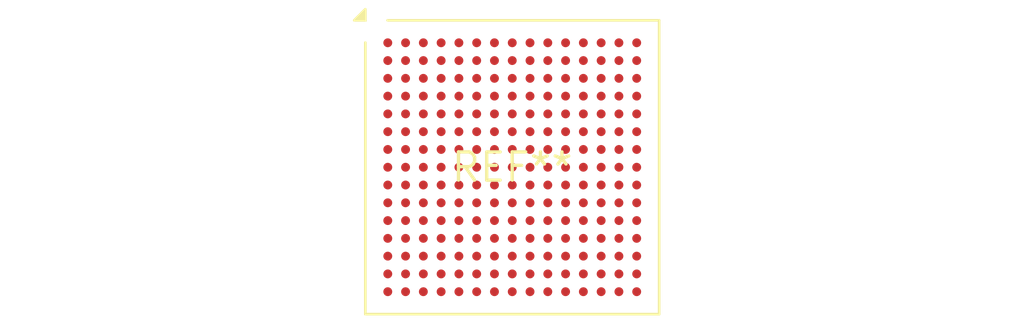
<source format=kicad_pcb>
(kicad_pcb (version 20240108) (generator pcbnew)
  (layers (0 "F.Cu" signal) (31 "B.Cu" signal) (34 "B.Paste" user) (35 "F.Paste" user) (36 "B.SilkS" user "B.Silkscreen") (37 "F.SilkS" user "F.Silkscreen") (38 "B.Mask" user) (39 "F.Mask" user) (44 "Edge.Cuts" user))
  (net 0 "")
  (footprint "ST_TFBGA-225_13x13mm_Layout15x15_P0.8mm" (layer "F.Cu") (at 0 0)
    (property "Reference" "REF**")
    (property "Value" "ST_TFBGA-225_13x13mm_Layout15x15_P0.8mm")
    (fp_line (start -6.61 6.61) (end -6.61 -5.61) (layer "F.SilkS") (stroke (width 0.12)))
    (fp_line (start -5.61 -6.61) (end 6.61 -6.61) (layer "F.SilkS") (stroke (width 0.12)))
    (fp_line (start 6.61 -6.61) (end 6.61 6.61) (layer "F.SilkS") (stroke (width 0.12)))
    (fp_line (start 6.61 6.61) (end -6.61 6.61) (layer "F.SilkS") (stroke (width 0.12)))
    (fp_poly (pts (xy -6.61 -6.61) (xy -7.11 -6.61) (xy -6.61 -7.11) (xy -6.61 -6.61)) (layer "F.SilkS") (stroke (width 0.12)) (fill solid))
    (pad "A1" smd circle (at -5.6 -5.6) (size 0.4 0.4) (property pad_prop_bga) (layers "F.Cu" "F.Paste" "F.Mask"))
    (pad "A2" smd circle (at -4.8 -5.6) (size 0.4 0.4) (property pad_prop_bga) (layers "F.Cu" "F.Paste" "F.Mask"))
    (pad "A3" smd circle (at -4 -5.6) (size 0.4 0.4) (property pad_prop_bga) (layers "F.Cu" "F.Paste" "F.Mask"))
    (pad "A4" smd circle (at -3.2 -5.6) (size 0.4 0.4) (property pad_prop_bga) (layers "F.Cu" "F.Paste" "F.Mask"))
    (pad "A5" smd circle (at -2.4 -5.6) (size 0.4 0.4) (property pad_prop_bga) (layers "F.Cu" "F.Paste" "F.Mask"))
    (pad "A6" smd circle (at -1.6 -5.6) (size 0.4 0.4) (property pad_prop_bga) (layers "F.Cu" "F.Paste" "F.Mask"))
    (pad "A7" smd circle (at -0.8 -5.6) (size 0.4 0.4) (property pad_prop_bga) (layers "F.Cu" "F.Paste" "F.Mask"))
    (pad "A8" smd circle (at 0 -5.6) (size 0.4 0.4) (property pad_prop_bga) (layers "F.Cu" "F.Paste" "F.Mask"))
    (pad "A9" smd circle (at 0.8 -5.6) (size 0.4 0.4) (property pad_prop_bga) (layers "F.Cu" "F.Paste" "F.Mask"))
    (pad "A10" smd circle (at 1.6 -5.6) (size 0.4 0.4) (property pad_prop_bga) (layers "F.Cu" "F.Paste" "F.Mask"))
    (pad "A11" smd circle (at 2.4 -5.6) (size 0.4 0.4) (property pad_prop_bga) (layers "F.Cu" "F.Paste" "F.Mask"))
    (pad "A12" smd circle (at 3.2 -5.6) (size 0.4 0.4) (property pad_prop_bga) (layers "F.Cu" "F.Paste" "F.Mask"))
    (pad "A13" smd circle (at 4 -5.6) (size 0.4 0.4) (property pad_prop_bga) (layers "F.Cu" "F.Paste" "F.Mask"))
    (pad "A14" smd circle (at 4.8 -5.6) (size 0.4 0.4) (property pad_prop_bga) (layers "F.Cu" "F.Paste" "F.Mask"))
    (pad "A15" smd circle (at 5.6 -5.6) (size 0.4 0.4) (property pad_prop_bga) (layers "F.Cu" "F.Paste" "F.Mask"))
    (pad "B1" smd circle (at -5.6 -4.8) (size 0.4 0.4) (property pad_prop_bga) (layers "F.Cu" "F.Paste" "F.Mask"))
    (pad "B2" smd circle (at -4.8 -4.8) (size 0.4 0.4) (property pad_prop_bga) (layers "F.Cu" "F.Paste" "F.Mask"))
    (pad "B3" smd circle (at -4 -4.8) (size 0.4 0.4) (property pad_prop_bga) (layers "F.Cu" "F.Paste" "F.Mask"))
    (pad "B4" smd circle (at -3.2 -4.8) (size 0.4 0.4) (property pad_prop_bga) (layers "F.Cu" "F.Paste" "F.Mask"))
    (pad "B5" smd circle (at -2.4 -4.8) (size 0.4 0.4) (property pad_prop_bga) (layers "F.Cu" "F.Paste" "F.Mask"))
    (pad "B6" smd circle (at -1.6 -4.8) (size 0.4 0.4) (property pad_prop_bga) (layers "F.Cu" "F.Paste" "F.Mask"))
    (pad "B7" smd circle (at -0.8 -4.8) (size 0.4 0.4) (property pad_prop_bga) (layers "F.Cu" "F.Paste" "F.Mask"))
    (pad "B8" smd circle (at 0 -4.8) (size 0.4 0.4) (property pad_prop_bga) (layers "F.Cu" "F.Paste" "F.Mask"))
    (pad "B9" smd circle (at 0.8 -4.8) (size 0.4 0.4) (property pad_prop_bga) (layers "F.Cu" "F.Paste" "F.Mask"))
    (pad "B10" smd circle (at 1.6 -4.8) (size 0.4 0.4) (property pad_prop_bga) (layers "F.Cu" "F.Paste" "F.Mask"))
    (pad "B11" smd circle (at 2.4 -4.8) (size 0.4 0.4) (property pad_prop_bga) (layers "F.Cu" "F.Paste" "F.Mask"))
    (pad "B12" smd circle (at 3.2 -4.8) (size 0.4 0.4) (property pad_prop_bga) (layers "F.Cu" "F.Paste" "F.Mask"))
    (pad "B13" smd circle (at 4 -4.8) (size 0.4 0.4) (property pad_prop_bga) (layers "F.Cu" "F.Paste" "F.Mask"))
    (pad "B14" smd circle (at 4.8 -4.8) (size 0.4 0.4) (property pad_prop_bga) (layers "F.Cu" "F.Paste" "F.Mask"))
    (pad "B15" smd circle (at 5.6 -4.8) (size 0.4 0.4) (property pad_prop_bga) (layers "F.Cu" "F.Paste" "F.Mask"))
    (pad "C1" smd circle (at -5.6 -4) (size 0.4 0.4) (property pad_prop_bga) (layers "F.Cu" "F.Paste" "F.Mask"))
    (pad "C2" smd circle (at -4.8 -4) (size 0.4 0.4) (property pad_prop_bga) (layers "F.Cu" "F.Paste" "F.Mask"))
    (pad "C3" smd circle (at -4 -4) (size 0.4 0.4) (property pad_prop_bga) (layers "F.Cu" "F.Paste" "F.Mask"))
    (pad "C4" smd circle (at -3.2 -4) (size 0.4 0.4) (property pad_prop_bga) (layers "F.Cu" "F.Paste" "F.Mask"))
    (pad "C5" smd circle (at -2.4 -4) (size 0.4 0.4) (property pad_prop_bga) (layers "F.Cu" "F.Paste" "F.Mask"))
    (pad "C6" smd circle (at -1.6 -4) (size 0.4 0.4) (property pad_prop_bga) (layers "F.Cu" "F.Paste" "F.Mask"))
    (pad "C7" smd circle (at -0.8 -4) (size 0.4 0.4) (property pad_prop_bga) (layers "F.Cu" "F.Paste" "F.Mask"))
    (pad "C8" smd circle (at 0 -4) (size 0.4 0.4) (property pad_prop_bga) (layers "F.Cu" "F.Paste" "F.Mask"))
    (pad "C9" smd circle (at 0.8 -4) (size 0.4 0.4) (property pad_prop_bga) (layers "F.Cu" "F.Paste" "F.Mask"))
    (pad "C10" smd circle (at 1.6 -4) (size 0.4 0.4) (property pad_prop_bga) (layers "F.Cu" "F.Paste" "F.Mask"))
    (pad "C11" smd circle (at 2.4 -4) (size 0.4 0.4) (property pad_prop_bga) (layers "F.Cu" "F.Paste" "F.Mask"))
    (pad "C12" smd circle (at 3.2 -4) (size 0.4 0.4) (property pad_prop_bga) (layers "F.Cu" "F.Paste" "F.Mask"))
    (pad "C13" smd circle (at 4 -4) (size 0.4 0.4) (property pad_prop_bga) (layers "F.Cu" "F.Paste" "F.Mask"))
    (pad "C14" smd circle (at 4.8 -4) (size 0.4 0.4) (property pad_prop_bga) (layers "F.Cu" "F.Paste" "F.Mask"))
    (pad "C15" smd circle (at 5.6 -4) (size 0.4 0.4) (property pad_prop_bga) (layers "F.Cu" "F.Paste" "F.Mask"))
    (pad "D1" smd circle (at -5.6 -3.2) (size 0.4 0.4) (property pad_prop_bga) (layers "F.Cu" "F.Paste" "F.Mask"))
    (pad "D2" smd circle (at -4.8 -3.2) (size 0.4 0.4) (property pad_prop_bga) (layers "F.Cu" "F.Paste" "F.Mask"))
    (pad "D3" smd circle (at -4 -3.2) (size 0.4 0.4) (property pad_prop_bga) (layers "F.Cu" "F.Paste" "F.Mask"))
    (pad "D4" smd circle (at -3.2 -3.2) (size 0.4 0.4) (property pad_prop_bga) (layers "F.Cu" "F.Paste" "F.Mask"))
    (pad "D5" smd circle (at -2.4 -3.2) (size 0.4 0.4) (property pad_prop_bga) (layers "F.Cu" "F.Paste" "F.Mask"))
    (pad "D6" smd circle (at -1.6 -3.2) (size 0.4 0.4) (property pad_prop_bga) (layers "F.Cu" "F.Paste" "F.Mask"))
    (pad "D7" smd circle (at -0.8 -3.2) (size 0.4 0.4) (property pad_prop_bga) (layers "F.Cu" "F.Paste" "F.Mask"))
    (pad "D8" smd circle (at 0 -3.2) (size 0.4 0.4) (property pad_prop_bga) (layers "F.Cu" "F.Paste" "F.Mask"))
    (pad "D9" smd circle (at 0.8 -3.2) (size 0.4 0.4) (property pad_prop_bga) (layers "F.Cu" "F.Paste" "F.Mask"))
    (pad "D10" smd circle (at 1.6 -3.2) (size 0.4 0.4) (property pad_prop_bga) (layers "F.Cu" "F.Paste" "F.Mask"))
    (pad "D11" smd circle (at 2.4 -3.2) (size 0.4 0.4) (property pad_prop_bga) (layers "F.Cu" "F.Paste" "F.Mask"))
    (pad "D12" smd circle (at 3.2 -3.2) (size 0.4 0.4) (property pad_prop_bga) (layers "F.Cu" "F.Paste" "F.Mask"))
    (pad "D13" smd circle (at 4 -3.2) (size 0.4 0.4) (property pad_prop_bga) (layers "F.Cu" "F.Paste" "F.Mask"))
    (pad "D14" smd circle (at 4.8 -3.2) (size 0.4 0.4) (property pad_prop_bga) (layers "F.Cu" "F.Paste" "F.Mask"))
    (pad "D15" smd circle (at 5.6 -3.2) (size 0.4 0.4) (property pad_prop_bga) (layers "F.Cu" "F.Paste" "F.Mask"))
    (pad "E1" smd circle (at -5.6 -2.4) (size 0.4 0.4) (property pad_prop_bga) (layers "F.Cu" "F.Paste" "F.Mask"))
    (pad "E2" smd circle (at -4.8 -2.4) (size 0.4 0.4) (property pad_prop_bga) (layers "F.Cu" "F.Paste" "F.Mask"))
    (pad "E3" smd circle (at -4 -2.4) (size 0.4 0.4) (property pad_prop_bga) (layers "F.Cu" "F.Paste" "F.Mask"))
    (pad "E4" smd circle (at -3.2 -2.4) (size 0.4 0.4) (property pad_prop_bga) (layers "F.Cu" "F.Paste" "F.Mask"))
    (pad "E5" smd circle (at -2.4 -2.4) (size 0.4 0.4) (property pad_prop_bga) (layers "F.Cu" "F.Paste" "F.Mask"))
    (pad "E6" smd circle (at -1.6 -2.4) (size 0.4 0.4) (property pad_prop_bga) (layers "F.Cu" "F.Paste" "F.Mask"))
    (pad "E7" smd circle (at -0.8 -2.4) (size 0.4 0.4) (property pad_prop_bga) (layers "F.Cu" "F.Paste" "F.Mask"))
    (pad "E8" smd circle (at 0 -2.4) (size 0.4 0.4) (property pad_prop_bga) (layers "F.Cu" "F.Paste" "F.Mask"))
    (pad "E9" smd circle (at 0.8 -2.4) (size 0.4 0.4) (property pad_prop_bga) (layers "F.Cu" "F.Paste" "F.Mask"))
    (pad "E10" smd circle (at 1.6 -2.4) (size 0.4 0.4) (property pad_prop_bga) (layers "F.Cu" "F.Paste" "F.Mask"))
    (pad "E11" smd circle (at 2.4 -2.4) (size 0.4 0.4) (property pad_prop_bga) (layers "F.Cu" "F.Paste" "F.Mask"))
    (pad "E12" smd circle (at 3.2 -2.4) (size 0.4 0.4) (property pad_prop_bga) (layers "F.Cu" "F.Paste" "F.Mask"))
    (pad "E13" smd circle (at 4 -2.4) (size 0.4 0.4) (property pad_prop_bga) (layers "F.Cu" "F.Paste" "F.Mask"))
    (pad "E14" smd circle (at 4.8 -2.4) (size 0.4 0.4) (property pad_prop_bga) (layers "F.Cu" "F.Paste" "F.Mask"))
    (pad "E15" smd circle (at 5.6 -2.4) (size 0.4 0.4) (property pad_prop_bga) (layers "F.Cu" "F.Paste" "F.Mask"))
    (pad "F1" smd circle (at -5.6 -1.6) (size 0.4 0.4) (property pad_prop_bga) (layers "F.Cu" "F.Paste" "F.Mask"))
    (pad "F2" smd circle (at -4.8 -1.6) (size 0.4 0.4) (property pad_prop_bga) (layers "F.Cu" "F.Paste" "F.Mask"))
    (pad "F3" smd circle (at -4 -1.6) (size 0.4 0.4) (property pad_prop_bga) (layers "F.Cu" "F.Paste" "F.Mask"))
    (pad "F4" smd circle (at -3.2 -1.6) (size 0.4 0.4) (property pad_prop_bga) (layers "F.Cu" "F.Paste" "F.Mask"))
    (pad "F5" smd circle (at -2.4 -1.6) (size 0.4 0.4) (property pad_prop_bga) (layers "F.Cu" "F.Paste" "F.Mask"))
    (pad "F6" smd circle (at -1.6 -1.6) (size 0.4 0.4) (property pad_prop_bga) (layers "F.Cu" "F.Paste" "F.Mask"))
    (pad "F7" smd circle (at -0.8 -1.6) (size 0.4 0.4) (property pad_prop_bga) (layers "F.Cu" "F.Paste" "F.Mask"))
    (pad "F8" smd circle (at 0 -1.6) (size 0.4 0.4) (property pad_prop_bga) (layers "F.Cu" "F.Paste" "F.Mask"))
    (pad "F9" smd circle (at 0.8 -1.6) (size 0.4 0.4) (property pad_prop_bga) (layers "F.Cu" "F.Paste" "F.Mask"))
    (pad "F10" smd circle (at 1.6 -1.6) (size 0.4 0.4) (property pad_prop_bga) (layers "F.Cu" "F.Paste" "F.Mask"))
    (pad "F11" smd circle (at 2.4 -1.6) (size 0.4 0.4) (property pad_prop_bga) (layers "F.Cu" "F.Paste" "F.Mask"))
    (pad "F12" smd circle (at 3.2 -1.6) (size 0.4 0.4) (property pad_prop_bga) (layers "F.Cu" "F.Paste" "F.Mask"))
    (pad "F13" smd circle (at 4 -1.6) (size 0.4 0.4) (property pad_prop_bga) (layers "F.Cu" "F.Paste" "F.Mask"))
    (pad "F14" smd circle (at 4.8 -1.6) (size 0.4 0.4) (property pad_prop_bga) (layers "F.Cu" "F.Paste" "F.Mask"))
    (pad "F15" smd circle (at 5.6 -1.6) (size 0.4 0.4) (property pad_prop_bga) (layers "F.Cu" "F.Paste" "F.Mask"))
    (pad "G1" smd circle (at -5.6 -0.8) (size 0.4 0.4) (property pad_prop_bga) (layers "F.Cu" "F.Paste" "F.Mask"))
    (pad "G2" smd circle (at -4.8 -0.8) (size 0.4 0.4) (property pad_prop_bga) (layers "F.Cu" "F.Paste" "F.Mask"))
    (pad "G3" smd circle (at -4 -0.8) (size 0.4 0.4) (property pad_prop_bga) (layers "F.Cu" "F.Paste" "F.Mask"))
    (pad "G4" smd circle (at -3.2 -0.8) (size 0.4 0.4) (property pad_prop_bga) (layers "F.Cu" "F.Paste" "F.Mask"))
    (pad "G5" smd circle (at -2.4 -0.8) (size 0.4 0.4) (property pad_prop_bga) (layers "F.Cu" "F.Paste" "F.Mask"))
    (pad "G6" smd circle (at -1.6 -0.8) (size 0.4 0.4) (property pad_prop_bga) (layers "F.Cu" "F.Paste" "F.Mask"))
    (pad "G7" smd circle (at -0.8 -0.8) (size 0.4 0.4) (property pad_prop_bga) (layers "F.Cu" "F.Paste" "F.Mask"))
    (pad "G8" smd circle (at 0 -0.8) (size 0.4 0.4) (property pad_prop_bga) (layers "F.Cu" "F.Paste" "F.Mask"))
    (pad "G9" smd circle (at 0.8 -0.8) (size 0.4 0.4) (property pad_prop_bga) (layers "F.Cu" "F.Paste" "F.Mask"))
    (pad "G10" smd circle (at 1.6 -0.8) (size 0.4 0.4) (property pad_prop_bga) (layers "F.Cu" "F.Paste" "F.Mask"))
    (pad "G11" smd circle (at 2.4 -0.8) (size 0.4 0.4) (property pad_prop_bga) (layers "F.Cu" "F.Paste" "F.Mask"))
    (pad "G12" smd circle (at 3.2 -0.8) (size 0.4 0.4) (property pad_prop_bga) (layers "F.Cu" "F.Paste" "F.Mask"))
    (pad "G13" smd circle (at 4 -0.8) (size 0.4 0.4) (property pad_prop_bga) (layers "F.Cu" "F.Paste" "F.Mask"))
    (pad "G14" smd circle (at 4.8 -0.8) (size 0.4 0.4) (property pad_prop_bga) (layers "F.Cu" "F.Paste" "F.Mask"))
    (pad "G15" smd circle (at 5.6 -0.8) (size 0.4 0.4) (property pad_prop_bga) (layers "F.Cu" "F.Paste" "F.Mask"))
    (pad "H1" smd circle (at -5.6 0) (size 0.4 0.4) (property pad_prop_bga) (layers "F.Cu" "F.Paste" "F.Mask"))
    (pad "H2" smd circle (at -4.8 0) (size 0.4 0.4) (property pad_prop_bga) (layers "F.Cu" "F.Paste" "F.Mask"))
    (pad "H3" smd circle (at -4 0) (size 0.4 0.4) (property pad_prop_bga) (layers "F.Cu" "F.Paste" "F.Mask"))
    (pad "H4" smd circle (at -3.2 0) (size 0.4 0.4) (property pad_prop_bga) (layers "F.Cu" "F.Paste" "F.Mask"))
    (pad "H5" smd circle (at -2.4 0) (size 0.4 0.4) (property pad_prop_bga) (layers "F.Cu" "F.Paste" "F.Mask"))
    (pad "H6" smd circle (at -1.6 0) (size 0.4 0.4) (property pad_prop_bga) (layers "F.Cu" "F.Paste" "F.Mask"))
    (pad "H7" smd circle (at -0.8 0) (size 0.4 0.4) (property pad_prop_bga) (layers "F.Cu" "F.Paste" "F.Mask"))
    (pad "H8" smd circle (at 0 0) (size 0.4 0.4) (property pad_prop_bga) (layers "F.Cu" "F.Paste" "F.Mask"))
    (pad "H9" smd circle (at 0.8 0) (size 0.4 0.4) (property pad_prop_bga) (layers "F.Cu" "F.Paste" "F.Mask"))
    (pad "H10" smd circle (at 1.6 0) (size 0.4 0.4) (property pad_prop_bga) (layers "F.Cu" "F.Paste" "F.Mask"))
    (pad "H11" smd circle (at 2.4 0) (size 0.4 0.4) (property pad_prop_bga) (layers "F.Cu" "F.Paste" "F.Mask"))
    (pad "H12" smd circle (at 3.2 0) (size 0.4 0.4) (property pad_prop_bga) (layers "F.Cu" "F.Paste" "F.Mask"))
    (pad "H13" smd circle (at 4 0) (size 0.4 0.4) (property pad_prop_bga) (layers "F.Cu" "F.Paste" "F.Mask"))
    (pad "H14" smd circle (at 4.8 0) (size 0.4 0.4) (property pad_prop_bga) (layers "F.Cu" "F.Paste" "F.Mask"))
    (pad "H15" smd circle (at 5.6 0) (size 0.4 0.4) (property pad_prop_bga) (layers "F.Cu" "F.Paste" "F.Mask"))
    (pad "J1" smd circle (at -5.6 0.8) (size 0.4 0.4) (property pad_prop_bga) (layers "F.Cu" "F.Paste" "F.Mask"))
    (pad "J2" smd circle (at -4.8 0.8) (size 0.4 0.4) (property pad_prop_bga) (layers "F.Cu" "F.Paste" "F.Mask"))
    (pad "J3" smd circle (at -4 0.8) (size 0.4 0.4) (property pad_prop_bga) (layers "F.Cu" "F.Paste" "F.Mask"))
    (pad "J4" smd circle (at -3.2 0.8) (size 0.4 0.4) (property pad_prop_bga) (layers "F.Cu" "F.Paste" "F.Mask"))
    (pad "J5" smd circle (at -2.4 0.8) (size 0.4 0.4) (property pad_prop_bga) (layers "F.Cu" "F.Paste" "F.Mask"))
    (pad "J6" smd circle (at -1.6 0.8) (size 0.4 0.4) (property pad_prop_bga) (layers "F.Cu" "F.Paste" "F.Mask"))
    (pad "J7" smd circle (at -0.8 0.8) (size 0.4 0.4) (property pad_prop_bga) (layers "F.Cu" "F.Paste" "F.Mask"))
    (pad "J8" smd circle (at 0 0.8) (size 0.4 0.4) (property pad_prop_bga) (layers "F.Cu" "F.Paste" "F.Mask"))
    (pad "J9" smd circle (at 0.8 0.8) (size 0.4 0.4) (property pad_prop_bga) (layers "F.Cu" "F.Paste" "F.Mask"))
    (pad "J10" smd circle (at 1.6 0.8) (size 0.4 0.4) (property pad_prop_bga) (layers "F.Cu" "F.Paste" "F.Mask"))
    (pad "J11" smd circle (at 2.4 0.8) (size 0.4 0.4) (property pad_prop_bga) (layers "F.Cu" "F.Paste" "F.Mask"))
    (pad "J12" smd circle (at 3.2 0.8) (size 0.4 0.4) (property pad_prop_bga) (layers "F.Cu" "F.Paste" "F.Mask"))
    (pad "J13" smd circle (at 4 0.8) (size 0.4 0.4) (property pad_prop_bga) (layers "F.Cu" "F.Paste" "F.Mask"))
    (pad "J14" smd circle (at 4.8 0.8) (size 0.4 0.4) (property pad_prop_bga) (layers "F.Cu" "F.Paste" "F.Mask"))
    (pad "J15" smd circle (at 5.6 0.8) (size 0.4 0.4) (property pad_prop_bga) (layers "F.Cu" "F.Paste" "F.Mask"))
    (pad "K1" smd circle (at -5.6 1.6) (size 0.4 0.4) (property pad_prop_bga) (layers "F.Cu" "F.Paste" "F.Mask"))
    (pad "K2" smd circle (at -4.8 1.6) (size 0.4 0.4) (property pad_prop_bga) (layers "F.Cu" "F.Paste" "F.Mask"))
    (pad "K3" smd circle (at -4 1.6) (size 0.4 0.4) (property pad_prop_bga) (layers "F.Cu" "F.Paste" "F.Mask"))
    (pad "K4" smd circle (at -3.2 1.6) (size 0.4 0.4) (property pad_prop_bga) (layers "F.Cu" "F.Paste" "F.Mask"))
    (pad "K5" smd circle (at -2.4 1.6) (size 0.4 0.4) (property pad_prop_bga) (layers "F.Cu" "F.Paste" "F.Mask"))
    (pad "K6" smd circle (at -1.6 1.6) (size 0.4 0.4) (property pad_prop_bga) (layers "F.Cu" "F.Paste" "F.Mask"))
    (pad "K7" smd circle (at -0.8 1.6) (size 0.4 0.4) (property pad_prop_bga) (layers "F.Cu" "F.Paste" "F.Mask"))
    (pad "K8" smd circle (at 0 1.6) (size 0.4 0.4) (property pad_prop_bga) (layers "F.Cu" "F.Paste" "F.Mask"))
    (pad "K9" smd circle (at 0.8 1.6) (size 0.4 0.4) (property pad_prop_bga) (layers "F.Cu" "F.Paste" "F.Mask"))
    (pad "K10" smd circle (at 1.6 1.6) (size 0.4 0.4) (property pad_prop_bga) (layers "F.Cu" "F.Paste" "F.Mask"))
    (pad "K11" smd circle (at 2.4 1.6) (size 0.4 0.4) (property pad_prop_bga) (layers "F.Cu" "F.Paste" "F.Mask"))
    (pad "K12" smd circle (at 3.2 1.6) (size 0.4 0.4) (property pad_prop_bga) (layers "F.Cu" "F.Paste" "F.Mask"))
    (pad "K13" smd circle (at 4 1.6) (size 0.4 0.4) (property pad_prop_bga) (layers "F.Cu" "F.Paste" "F.Mask"))
    (pad "K14" smd circle (at 4.8 1.6) (size 0.4 0.4) (property pad_prop_bga) (layers "F.Cu" "F.Paste" "F.Mask"))
    (pad "K15" smd circle (at 5.6 1.6) (size 0.4 0.4) (property pad_prop_bga) (layers "F.Cu" "F.Paste" "F.Mask"))
    (pad "L1" smd circle (at -5.6 2.4) (size 0.4 0.4) (property pad_prop_bga) (layers "F.Cu" "F.Paste" "F.Mask"))
    (pad "L2" smd circle (at -4.8 2.4) (size 0.4 0.4) (property pad_prop_bga) (layers "F.Cu" "F.Paste" "F.Mask"))
    (pad "L3" smd circle (at -4 2.4) (size 0.4 0.4) (property pad_prop_bga) (layers "F.Cu" "F.Paste" "F.Mask"))
    (pad "L4" smd circle (at -3.2 2.4) (size 0.4 0.4) (property pad_prop_bga) (layers "F.Cu" "F.Paste" "F.Mask"))
    (pad "L5" smd circle (at -2.4 2.4) (size 0.4 0.4) (property pad_prop_bga) (layers "F.Cu" "F.Paste" "F.Mask"))
    (pad "L6" smd circle (at -1.6 2.4) (size 0.4 0.4) (property pad_prop_bga) (layers "F.Cu" "F.Paste" "F.Mask"))
    (pad "L7" smd circle (at -0.8 2.4) (size 0.4 0.4) (property pad_prop_bga) (layers "F.Cu" "F.Paste" "F.Mask"))
    (pad "L8" smd circle (at 0 2.4) (size 0.4 0.4) (property pad_prop_bga) (layers "F.Cu" "F.Paste" "F.Mask"))
    (pad "L9" smd circle (at 0.8 2.4) (size 0.4 0.4) (property pad_prop_bga) (layers "F.Cu" "F.Paste" "F.Mask"))
    (pad "L10" smd circle (at 1.6 2.4) (size 0.4 0.4) (property pad_prop_bga) (layers "F.Cu" "F.Paste" "F.Mask"))
    (pad "L11" smd circle (at 2.4 2.4) (size 0.4 0.4) (property pad_prop_bga) (layers "F.Cu" "F.Paste" "F.Mask"))
    (pad "L12" smd circle (at 3.2 2.4) (size 0.4 0.4) (property pad_prop_bga) (layers "F.Cu" "F.Paste" "F.Mask"))
    (pad "L13" smd circle (at 4 2.4) (size 0.4 0.4) (property pad_prop_bga) (layers "F.Cu" "F.Paste" "F.Mask"))
    (pad "L14" smd circle (at 4.8 2.4) (size 0.4 0.4) (property pad_prop_bga) (layers "F.Cu" "F.Paste" "F.Mask"))
    (pad "L15" smd circle (at 5.6 2.4) (size 0.4 0.4) (property pad_prop_bga) (layers "F.Cu" "F.Paste" "F.Mask"))
    (pad "M1" smd circle (at -5.6 3.2) (size 0.4 0.4) (property pad_prop_bga) (layers "F.Cu" "F.Paste" "F.Mask"))
    (pad "M2" smd circle (at -4.8 3.2) (size 0.4 0.4) (property pad_prop_bga) (layers "F.Cu" "F.Paste" "F.Mask"))
    (pad "M3" smd circle (at -4 3.2) (size 0.4 0.4) (property pad_prop_bga) (layers "F.Cu" "F.Paste" "F.Mask"))
    (pad "M4" smd circle (at -3.2 3.2) (size 0.4 0.4) (property pad_prop_bga) (layers "F.Cu" "F.Paste" "F.Mask"))
    (pad "M5" smd circle (at -2.4 3.2) (size 0.4 0.4) (property pad_prop_bga) (layers "F.Cu" "F.Paste" "F.Mask"))
    (pad "M6" smd circle (at -1.6 3.2) (size 0.4 0.4) (property pad_prop_bga) (layers "F.Cu" "F.Paste" "F.Mask"))
    (pad "M7" smd circle (at -0.8 3.2) (size 0.4 0.4) (property pad_prop_bga) (layers "F.Cu" "F.Paste" "F.Mask"))
    (pad "M8" smd circle (at 0 3.2) (size 0.4 0.4) (property pad_prop_bga) (layers "F.Cu" "F.Paste" "F.Mask"))
    (pad "M9" smd circle (at 0.8 3.2) (size 0.4 0.4) (property pad_prop_bga) (layers "F.Cu" "F.Paste" "F.Mask"))
    (pad "M10" smd circle (at 1.6 3.2) (size 0.4 0.4) (property pad_prop_bga) (layers "F.Cu" "F.Paste" "F.Mask"))
    (pad "M11" smd circle (at 2.4 3.2) (size 0.4 0.4) (property pad_prop_bga) (layers "F.Cu" "F.Paste" "F.Mask"))
    (pad "M12" smd circle (at 3.2 3.2) (size 0.4 0.4) (property pad_prop_bga) (layers "F.Cu" "F.Paste" "F.Mask"))
    (pad "M13" smd circle (at 4 3.2) (size 0.4 0.4) (property pad_prop_bga) (layers "F.Cu" "F.Paste" "F.Mask"))
    (pad "M14" smd circle (at 4.8 3.2) (size 0.4 0.4) (property pad_prop_bga) (layers "F.Cu" "F.Paste" "F.Mask"))
    (pad "M15" smd circle (at 5.6 3.2) (size 0.4 0.4) (property pad_prop_bga) (layers "F.Cu" "F.Paste" "F.Mask"))
    (pad "N1" smd circle (at -5.6 4) (size 0.4 0.4) (property pad_prop_bga) (layers "F.Cu" "F.Paste" "F.Mask"))
    (pad "N2" smd circle (at -4.8 4) (size 0.4 0.4) (property pad_prop_bga) (layers "F.Cu" "F.Paste" "F.Mask"))
    (pad "N3" smd circle (at -4 4) (size 0.4 0.4) (property pad_prop_bga) (layers "F.Cu" "F.Paste" "F.Mask"))
    (pad "N4" smd circle (at -3.2 4) (size 0.4 0.4) (property pad_prop_bga) (layers "F.Cu" "F.Paste" "F.Mask"))
    (pad "N5" smd circle (at -2.4 4) (size 0.4 0.4) (property pad_prop_bga) (layers "F.Cu" "F.Paste" "F.Mask"))
    (pad "N6" smd circle (at -1.6 4) (size 0.4 0.4) (property pad_prop_bga) (layers "F.Cu" "F.Paste" "F.Mask"))
    (pad "N7" smd circle (at -0.8 4) (size 0.4 0.4) (property pad_prop_bga) (layers "F.Cu" "F.Paste" "F.Mask"))
    (pad "N8" smd circle (at 0 4) (size 0.4 0.4) (property pad_prop_bga) (layers "F.Cu" "F.Paste" "F.Mask"))
    (pad "N9" smd circle (at 0.8 4) (size 0.4 0.4) (property pad_prop_bga) (layers "F.Cu" "F.Paste" "F.Mask"))
    (pad "N10" smd circle (at 1.6 4) (size 0.4 0.4) (property pad_prop_bga) (layers "F.Cu" "F.Paste" "F.Mask"))
    (pad "N11" smd circle (at 2.4 4) (size 0.4 0.4) (property pad_prop_bga) (layers "F.Cu" "F.Paste" "F.Mask"))
    (pad "N12" smd circle (at 3.2 4) (size 0.4 0.4) (property pad_prop_bga) (layers "F.Cu" "F.Paste" "F.Mask"))
    (pad "N13" smd circle (at 4 4) (size 0.4 0.4) (property pad_prop_bga) (layers "F.Cu" "F.Paste" "F.Mask"))
    (pad "N14" smd circle (at 4.8 4) (size 0.4 0.4) (property pad_prop_bga) (layers "F.Cu" "F.Paste" "F.Mask"))
    (pad "N15" smd circle (at 5.6 4) (size 0.4 0.4) (property pad_prop_bga) (layers "F.Cu" "F.Paste" "F.Mask"))
    (pad "P1" smd circle (at -5.6 4.8) (size 0.4 0.4) (property pad_prop_bga) (layers "F.Cu" "F.Paste" "F.Mask"))
    (pad "P2" smd circle (at -4.8 4.8) (size 0.4 0.4) (property pad_prop_bga) (layers "F.Cu" "F.Paste" "F.Mask"))
    (pad "P3" smd circle (at -4 4.8) (size 0.4 0.4) (property pad_prop_bga) (layers "F.Cu" "F.Paste" "F.Mask"))
    (pad "P4" smd circle (at -3.2 4.8) (size 0.4 0.4) (property pad_prop_bga) (layers "F.Cu" "F.Paste" "F.Mask"))
    (pad "P5" smd circle (at -2.4 4.8) (size 0.4 0.4) (property pad_prop_bga) (layers "F.Cu" "F.Paste" "F.Mask"))
    (pad "P6" smd circle (at -1.6 4.8) (size 0.4 0.4) (property pad_prop_bga) (layers "F.Cu" "F.Paste" "F.Mask"))
    (pad "P7" smd circle (at -0.8 4.8) (size 0.4 0.4) (property pad_prop_bga) (layers "F.Cu" "F.Paste" "F.Mask"))
    (pad "P8" smd circle (at 0 4.8) (size 0.4 0.4) (property pad_prop_bga) (layers "F.Cu" "F.Paste" "F.Mask"))
    (pad "P9" smd circle (at 0.8 4.8) (size 0.4 0.4) (property pad_prop_bga) (layers "F.Cu" "F.Paste" "F.Mask"))
    (pad "P10" smd circle (at 1.6 4.8) (size 0.4 0.4) (property pad_prop_bga) (layers "F.Cu" "F.Paste" "F.Mask"))
    (pad "P11" smd circle (at 2.4 4.8) (size 0.4 0.4) (property pad_prop_bga) (layers "F.Cu" "F.Paste" "F.Mask"))
    (pad "P12" smd circle (at 3.2 4.8) (size 0.4 0.4) (property pad_prop_bga) (layers "F.Cu" "F.Paste" "F.Mask"))
    (pad "P13" smd circle (at 4 4.8) (size 0.4 0.4) (property pad_prop_bga) (layers "F.Cu" "F.Paste" "F.Mask"))
    (pad "P14" smd circle (at 4.8 4.8) (size 0.4 0.4) (property pad_prop_bga) (layers "F.Cu" "F.Paste" "F.Mask"))
    (pad "P15" smd circle (at 5.6 4.8) (size 0.4 0.4) (property pad_prop_bga) (layers "F.Cu" "F.Paste" "F.Mask"))
    (pad "R1" smd circle (at -5.6 5.6) (size 0.4 0.4) (property pad_prop_bga) (layers "F.Cu" "F.Paste" "F.Mask"))
    (pad "R2" smd circle (at -4.8 5.6) (size 0.4 0.4) (property pad_prop_bga) (layers "F.Cu" "F.Paste" "F.Mask"))
    (pad "R3" smd circle (at -4 5.6) (size 0.4 0.4) (property pad_prop_bga) (layers "F.Cu" "F.Paste" "F.Mask"))
    (pad "R4" smd circle (at -3.2 5.6) (size 0.4 0.4) (property pad_prop_bga) (layers "F.Cu" "F.Paste" "F.Mask"))
    (pad "R5" smd circle (at -2.4 5.6) (size 0.4 0.4) (property pad_prop_bga) (layers "F.Cu" "F.Paste" "F.Mask"))
    (pad "R6" smd circle (at -1.6 5.6) (size 0.4 0.4) (property pad_prop_bga) (layers "F.Cu" "F.Paste" "F.Mask"))
    (pad "R7" smd circle (at -0.8 5.6) (size 0.4 0.4) (property pad_prop_bga) (layers "F.Cu" "F.Paste" "F.Mask"))
    (pad "R8" smd circle (at 0 5.6) (size 0.4 0.4) (property pad_prop_bga) (layers "F.Cu" "F.Paste" "F.Mask"))
    (pad "R9" smd circle (at 0.8 5.6) (size 0.4 0.4) (property pad_prop_bga) (layers "F.Cu" "F.Paste" "F.Mask"))
    (pad "R10" smd circle (at 1.6 5.6) (size 0.4 0.4) (property pad_prop_bga) (layers "F.Cu" "F.Paste" "F.Mask"))
    (pad "R11" smd circle (at 2.4 5.6) (size 0.4 0.4) (property pad_prop_bga) (layers "F.Cu" "F.Paste" "F.Mask"))
    (pad "R12" smd circle (at 3.2 5.6) (size 0.4 0.4) (property pad_prop_bga) (layers "F.Cu" "F.Paste" "F.Mask"))
    (pad "R13" smd circle (at 4 5.6) (size 0.4 0.4) (property pad_prop_bga) (layers "F.Cu" "F.Paste" "F.Mask"))
    (pad "R14" smd circle (at 4.8 5.6) (size 0.4 0.4) (property pad_prop_bga) (layers "F.Cu" "F.Paste" "F.Mask"))
    (pad "R15" smd circle (at 5.6 5.6) (size 0.4 0.4) (property pad_prop_bga) (layers "F.Cu" "F.Paste" "F.Mask"))
  )
)
</source>
